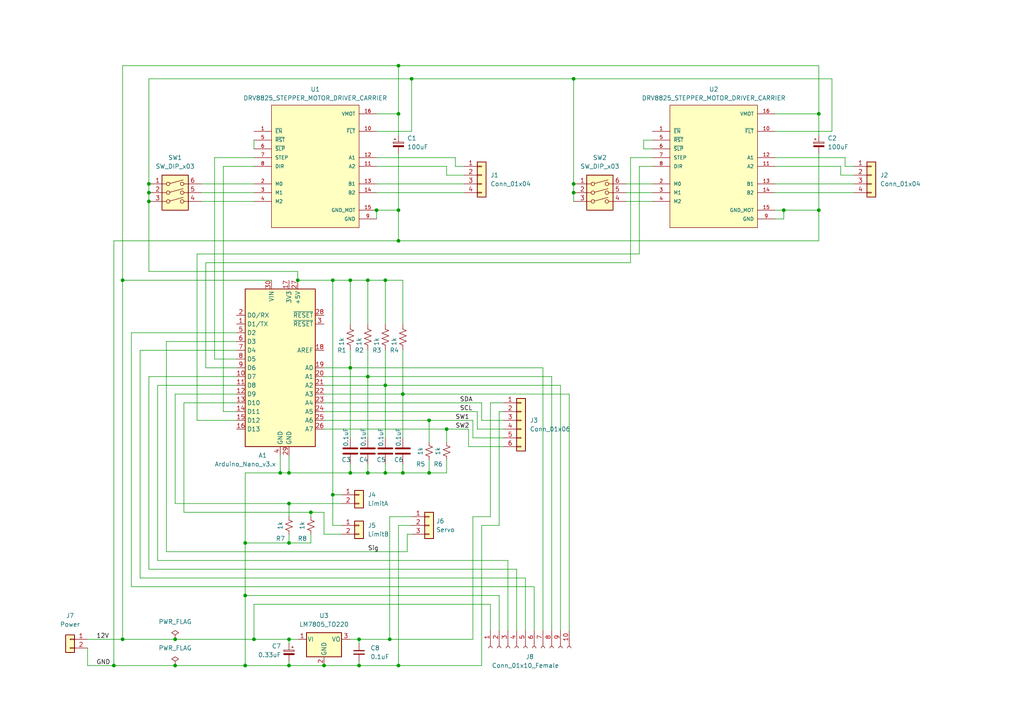
<source format=kicad_sch>
(kicad_sch (version 20211123) (generator eeschema)
  (paper "A4")
  (lib_symbols
    (symbol "Connector:Conn_01x10_Female" (pin_names (offset 1.016) hide)
      (property "Reference" "J" (at 0 12.7 0))
      (property "Value" "Conn_01x10_Female" (at 0 -15.24 0))
      (symbol "Conn_01x10_Female_1_1"
        (arc (start 0 -12.192) (mid -0.508 -12.7) (end 0 -13.208) (stroke (width 0.1524)))
        (arc (start 0 -9.652) (mid -0.508 -10.16) (end 0 -10.668) (stroke (width 0.1524)))
        (arc (start 0 -7.112) (mid -0.508 -7.62) (end 0 -8.128) (stroke (width 0.1524)))
        (arc (start 0 -4.572) (mid -0.508 -5.08) (end 0 -5.588) (stroke (width 0.1524)))
        (arc (start 0 -2.032) (mid -0.508 -2.54) (end 0 -3.048) (stroke (width 0.1524)))
        (polyline (pts (xy -1.27 -12.7) (xy -0.508 -12.7)) (stroke (width 0.1524)))
        (polyline (pts (xy -1.27 -10.16) (xy -0.508 -10.16)) (stroke (width 0.1524)))
        (polyline (pts (xy -1.27 -7.62) (xy -0.508 -7.62)) (stroke (width 0.1524)))
        (polyline (pts (xy -1.27 -5.08) (xy -0.508 -5.08)) (stroke (width 0.1524)))
        (polyline (pts (xy -1.27 -2.54) (xy -0.508 -2.54)) (stroke (width 0.1524)))
        (polyline (pts (xy -1.27 0) (xy -0.508 0)) (stroke (width 0.1524)))
        (polyline (pts (xy -1.27 2.54) (xy -0.508 2.54)) (stroke (width 0.1524)))
        (polyline (pts (xy -1.27 5.08) (xy -0.508 5.08)) (stroke (width 0.1524)))
        (polyline (pts (xy -1.27 7.62) (xy -0.508 7.62)) (stroke (width 0.1524)))
        (polyline (pts (xy -1.27 10.16) (xy -0.508 10.16)) (stroke (width 0.1524)))
        (arc (start 0 0.508) (mid -0.508 0) (end 0 -0.508) (stroke (width 0.1524)))
        (arc (start 0 3.048) (mid -0.508 2.54) (end 0 2.032) (stroke (width 0.1524)))
        (arc (start 0 5.588) (mid -0.508 5.08) (end 0 4.572) (stroke (width 0.1524)))
        (arc (start 0 8.128) (mid -0.508 7.62) (end 0 7.112) (stroke (width 0.1524)))
        (arc (start 0 10.668) (mid -0.508 10.16) (end 0 9.652) (stroke (width 0.1524)))
        (pin passive line (at -5.08 10.16 0) (length 3.81) (name "Pin_1") (number "1"))
        (pin passive line (at -5.08 -12.7 0) (length 3.81) (name "Pin_10") (number "10"))
        (pin passive line (at -5.08 7.62 0) (length 3.81) (name "Pin_2") (number "2"))
        (pin passive line (at -5.08 5.08 0) (length 3.81) (name "Pin_3") (number "3"))
        (pin passive line (at -5.08 2.54 0) (length 3.81) (name "Pin_4") (number "4"))
        (pin passive line (at -5.08 0 0) (length 3.81) (name "Pin_5") (number "5"))
        (pin passive line (at -5.08 -2.54 0) (length 3.81) (name "Pin_6") (number "6"))
        (pin passive line (at -5.08 -5.08 0) (length 3.81) (name "Pin_7") (number "7"))
        (pin passive line (at -5.08 -7.62 0) (length 3.81) (name "Pin_8") (number "8"))
        (pin passive line (at -5.08 -10.16 0) (length 3.81) (name "Pin_9") (number "9"))
      )
    )
    (symbol "Connector_Generic:Conn_01x02" (pin_names (offset 1.016) hide)
      (property "Reference" "J" (at 0 2.54 0))
      (property "Value" "Conn_01x02" (at 0 -5.08 0))
      (symbol "Conn_01x02_1_1"
        (rectangle (start -1.27 -2.413) (end 0 -2.667) (stroke (width 0.1524)))
        (rectangle (start -1.27 0.127) (end 0 -0.127) (stroke (width 0.1524)))
        (rectangle (start -1.27 1.27) (end 1.27 -3.81) (stroke (width 0.254)) (fill (type background)))
        (pin passive line (at -5.08 0 0) (length 3.81) (name "Pin_1") (number "1"))
        (pin passive line (at -5.08 -2.54 0) (length 3.81) (name "Pin_2") (number "2"))
      )
    )
    (symbol "Connector_Generic:Conn_01x03" (pin_names (offset 1.016) hide)
      (property "Reference" "J" (at 0 5.08 0))
      (property "Value" "Conn_01x03" (at 0 -5.08 0))
      (symbol "Conn_01x03_1_1"
        (rectangle (start -1.27 -2.413) (end 0 -2.667) (stroke (width 0.1524)))
        (rectangle (start -1.27 0.127) (end 0 -0.127) (stroke (width 0.1524)))
        (rectangle (start -1.27 2.667) (end 0 2.413) (stroke (width 0.1524)))
        (rectangle (start -1.27 3.81) (end 1.27 -3.81) (stroke (width 0.254)) (fill (type background)))
        (pin passive line (at -5.08 2.54 0) (length 3.81) (name "Pin_1") (number "1"))
        (pin passive line (at -5.08 0 0) (length 3.81) (name "Pin_2") (number "2"))
        (pin passive line (at -5.08 -2.54 0) (length 3.81) (name "Pin_3") (number "3"))
      )
    )
    (symbol "Connector_Generic:Conn_01x04" (pin_names (offset 1.016) hide)
      (property "Reference" "J" (at 0 5.08 0))
      (property "Value" "Conn_01x04" (at 0 -7.62 0))
      (symbol "Conn_01x04_1_1"
        (rectangle (start -1.27 -4.953) (end 0 -5.207) (stroke (width 0.1524)))
        (rectangle (start -1.27 -2.413) (end 0 -2.667) (stroke (width 0.1524)))
        (rectangle (start -1.27 0.127) (end 0 -0.127) (stroke (width 0.1524)))
        (rectangle (start -1.27 2.667) (end 0 2.413) (stroke (width 0.1524)))
        (rectangle (start -1.27 3.81) (end 1.27 -6.35) (stroke (width 0.254)) (fill (type background)))
        (pin passive line (at -5.08 2.54 0) (length 3.81) (name "Pin_1") (number "1"))
        (pin passive line (at -5.08 0 0) (length 3.81) (name "Pin_2") (number "2"))
        (pin passive line (at -5.08 -2.54 0) (length 3.81) (name "Pin_3") (number "3"))
        (pin passive line (at -5.08 -5.08 0) (length 3.81) (name "Pin_4") (number "4"))
      )
    )
    (symbol "Connector_Generic:Conn_01x06" (pin_names (offset 1.016) hide)
      (property "Reference" "J" (at 0 7.62 0))
      (property "Value" "Conn_01x06" (at 0 -10.16 0))
      (symbol "Conn_01x06_1_1"
        (rectangle (start -1.27 -7.493) (end 0 -7.747) (stroke (width 0.1524)))
        (rectangle (start -1.27 -4.953) (end 0 -5.207) (stroke (width 0.1524)))
        (rectangle (start -1.27 -2.413) (end 0 -2.667) (stroke (width 0.1524)))
        (rectangle (start -1.27 0.127) (end 0 -0.127) (stroke (width 0.1524)))
        (rectangle (start -1.27 2.667) (end 0 2.413) (stroke (width 0.1524)))
        (rectangle (start -1.27 5.207) (end 0 4.953) (stroke (width 0.1524)))
        (rectangle (start -1.27 6.35) (end 1.27 -8.89) (stroke (width 0.254)) (fill (type background)))
        (pin passive line (at -5.08 5.08 0) (length 3.81) (name "Pin_1") (number "1"))
        (pin passive line (at -5.08 2.54 0) (length 3.81) (name "Pin_2") (number "2"))
        (pin passive line (at -5.08 0 0) (length 3.81) (name "Pin_3") (number "3"))
        (pin passive line (at -5.08 -2.54 0) (length 3.81) (name "Pin_4") (number "4"))
        (pin passive line (at -5.08 -5.08 0) (length 3.81) (name "Pin_5") (number "5"))
        (pin passive line (at -5.08 -7.62 0) (length 3.81) (name "Pin_6") (number "6"))
      )
    )
    (symbol "DRV8825_STEPPER_MOTOR_DRIVER_CARRIER:DRV8825_STEPPER_MOTOR_DRIVER_CARRIER" (pin_names (offset 1.016))
      (property "Reference" "U" (at -12.7 18.542 0))
      (property "Value" "DRV8825_STEPPER_MOTOR_DRIVER_CARRIER" (at -12.7 -20.32 0))
      (symbol "DRV8825_STEPPER_MOTOR_DRIVER_CARRIER_0_0"
        (rectangle (start -12.7 -17.78) (end 12.7 17.78) (stroke (width 0.1524)) (fill (type background)))
        (pin input line (at -17.78 10.16 0) (length 5.08) (name "~{EN}") (number "1"))
        (pin output line (at 17.78 10.16 180) (length 5.08) (name "~{FLT}") (number "10"))
        (pin output line (at 17.78 0 180) (length 5.08) (name "A2") (number "11"))
        (pin output line (at 17.78 2.54 180) (length 5.08) (name "A1") (number "12"))
        (pin output line (at 17.78 -5.08 180) (length 5.08) (name "B1") (number "13"))
        (pin output line (at 17.78 -7.62 180) (length 5.08) (name "B2") (number "14"))
        (pin power_in line (at 17.78 -12.7 180) (length 5.08) (name "GND_MOT") (number "15"))
        (pin power_in line (at 17.78 15.24 180) (length 5.08) (name "VMOT") (number "16"))
        (pin input line (at -17.78 -5.08 0) (length 5.08) (name "M0") (number "2"))
        (pin input line (at -17.78 -7.62 0) (length 5.08) (name "M1") (number "3"))
        (pin input line (at -17.78 -10.16 0) (length 5.08) (name "M2") (number "4"))
        (pin input line (at -17.78 7.62 0) (length 5.08) (name "~{RST}") (number "5"))
        (pin input line (at -17.78 5.08 0) (length 5.08) (name "~{SLP}") (number "6"))
        (pin input line (at -17.78 2.54 0) (length 5.08) (name "STEP") (number "7"))
        (pin input line (at -17.78 0 0) (length 5.08) (name "DIR") (number "8"))
        (pin power_in line (at 17.78 -15.24 180) (length 5.08) (name "GND") (number "9"))
      )
    )
    (symbol "Device:C" (pin_numbers hide) (pin_names (offset 0.254))
      (property "Reference" "C" (at 0.635 2.54 0))
      (property "Value" "C" (at 0.635 -2.54 0))
      (symbol "C_0_1"
        (polyline (pts (xy -2.032 -0.762) (xy 2.032 -0.762)) (stroke (width 0.508)))
        (polyline (pts (xy -2.032 0.762) (xy 2.032 0.762)) (stroke (width 0.508)))
      )
      (symbol "C_1_1"
        (pin passive line (at 0 3.81 270) (length 2.794) (name "~") (number "1"))
        (pin passive line (at 0 -3.81 90) (length 2.794) (name "~") (number "2"))
      )
    )
    (symbol "Device:C_Polarized_Small" (pin_numbers hide) (pin_names (offset 0.254) hide)
      (property "Reference" "C" (at 0.254 1.778 0))
      (property "Value" "C_Polarized_Small" (at 0.254 -2.032 0))
      (symbol "C_Polarized_Small_0_1"
        (rectangle (start -1.524 -0.3048) (end 1.524 -0.6858) (fill (type outline)))
        (rectangle (start -1.524 0.6858) (end 1.524 0.3048))
        (polyline (pts (xy -1.27 1.524) (xy -0.762 1.524)))
        (polyline (pts (xy -1.016 1.27) (xy -1.016 1.778)))
      )
      (symbol "C_Polarized_Small_1_1"
        (pin passive line (at 0 2.54 270) (length 1.8542) (name "~") (number "1"))
        (pin passive line (at 0 -2.54 90) (length 1.8542) (name "~") (number "2"))
      )
    )
    (symbol "Device:C_Small" (pin_numbers hide) (pin_names (offset 0.254) hide)
      (property "Reference" "C" (at 0.254 1.778 0))
      (property "Value" "C_Small" (at 0.254 -2.032 0))
      (symbol "C_Small_0_1"
        (polyline (pts (xy -1.524 -0.508) (xy 1.524 -0.508)) (stroke (width 0.3302)))
        (polyline (pts (xy -1.524 0.508) (xy 1.524 0.508)) (stroke (width 0.3048)))
      )
      (symbol "C_Small_1_1"
        (pin passive line (at 0 2.54 270) (length 2.032) (name "~") (number "1"))
        (pin passive line (at 0 -2.54 90) (length 2.032) (name "~") (number "2"))
      )
    )
    (symbol "Device:R_Small_US" (pin_numbers hide) (pin_names (offset 0.254) hide)
      (property "Reference" "R" (at 0.762 0.508 0))
      (property "Value" "R_Small_US" (at 0.762 -1.016 0))
      (symbol "R_Small_US_1_1"
        (polyline (pts (xy 0 0) (xy 1.016 -0.381) (xy 0 -0.762) (xy -1.016 -1.143) (xy 0 -1.524)))
        (polyline (pts (xy 0 1.524) (xy 1.016 1.143) (xy 0 0.762) (xy -1.016 0.381) (xy 0 0)))
        (pin passive line (at 0 2.54 270) (length 1.016) (name "~") (number "1"))
        (pin passive line (at 0 -2.54 90) (length 1.016) (name "~") (number "2"))
      )
    )
    (symbol "Device:R_US" (pin_numbers hide) (pin_names (offset 0))
      (property "Reference" "R" (at 2.54 0 90))
      (property "Value" "R_US" (at -2.54 0 90))
      (symbol "R_US_0_1"
        (polyline (pts (xy 0 -2.286) (xy 0 -2.54)))
        (polyline (pts (xy 0 2.286) (xy 0 2.54)))
        (polyline (pts (xy 0 -0.762) (xy 1.016 -1.143) (xy 0 -1.524) (xy -1.016 -1.905) (xy 0 -2.286)))
        (polyline (pts (xy 0 0.762) (xy 1.016 0.381) (xy 0 0) (xy -1.016 -0.381) (xy 0 -0.762)))
        (polyline (pts (xy 0 2.286) (xy 1.016 1.905) (xy 0 1.524) (xy -1.016 1.143) (xy 0 0.762)))
      )
      (symbol "R_US_1_1"
        (pin passive line (at 0 3.81 270) (length 1.27) (name "~") (number "1"))
        (pin passive line (at 0 -3.81 90) (length 1.27) (name "~") (number "2"))
      )
    )
    (symbol "MCU_Module:Arduino_Nano_v3.x"
      (property "Reference" "A" (at -10.16 23.495 0))
      (property "Value" "Arduino_Nano_v3.x" (at 5.08 -24.13 0))
      (symbol "Arduino_Nano_v3.x_0_1"
        (rectangle (start -10.16 22.86) (end 10.16 -22.86) (stroke (width 0.254)) (fill (type background)))
      )
      (symbol "Arduino_Nano_v3.x_1_1"
        (pin bidirectional line (at -12.7 12.7 0) (length 2.54) (name "D1/TX") (number "1"))
        (pin bidirectional line (at -12.7 -2.54 0) (length 2.54) (name "D7") (number "10"))
        (pin bidirectional line (at -12.7 -5.08 0) (length 2.54) (name "D8") (number "11"))
        (pin bidirectional line (at -12.7 -7.62 0) (length 2.54) (name "D9") (number "12"))
        (pin bidirectional line (at -12.7 -10.16 0) (length 2.54) (name "D10") (number "13"))
        (pin bidirectional line (at -12.7 -12.7 0) (length 2.54) (name "D11") (number "14"))
        (pin bidirectional line (at -12.7 -15.24 0) (length 2.54) (name "D12") (number "15"))
        (pin bidirectional line (at -12.7 -17.78 0) (length 2.54) (name "D13") (number "16"))
        (pin power_out line (at 2.54 25.4 270) (length 2.54) (name "3V3") (number "17"))
        (pin input line (at 12.7 5.08 180) (length 2.54) (name "AREF") (number "18"))
        (pin bidirectional line (at 12.7 0 180) (length 2.54) (name "A0") (number "19"))
        (pin bidirectional line (at -12.7 15.24 0) (length 2.54) (name "D0/RX") (number "2"))
        (pin bidirectional line (at 12.7 -2.54 180) (length 2.54) (name "A1") (number "20"))
        (pin bidirectional line (at 12.7 -5.08 180) (length 2.54) (name "A2") (number "21"))
        (pin bidirectional line (at 12.7 -7.62 180) (length 2.54) (name "A3") (number "22"))
        (pin bidirectional line (at 12.7 -10.16 180) (length 2.54) (name "A4") (number "23"))
        (pin bidirectional line (at 12.7 -12.7 180) (length 2.54) (name "A5") (number "24"))
        (pin bidirectional line (at 12.7 -15.24 180) (length 2.54) (name "A6") (number "25"))
        (pin bidirectional line (at 12.7 -17.78 180) (length 2.54) (name "A7") (number "26"))
        (pin power_out line (at 5.08 25.4 270) (length 2.54) (name "+5V") (number "27"))
        (pin input line (at 12.7 15.24 180) (length 2.54) (name "~{RESET}") (number "28"))
        (pin power_in line (at 2.54 -25.4 90) (length 2.54) (name "GND") (number "29"))
        (pin input line (at 12.7 12.7 180) (length 2.54) (name "~{RESET}") (number "3"))
        (pin power_in line (at -2.54 25.4 270) (length 2.54) (name "VIN") (number "30"))
        (pin power_in line (at 0 -25.4 90) (length 2.54) (name "GND") (number "4"))
        (pin bidirectional line (at -12.7 10.16 0) (length 2.54) (name "D2") (number "5"))
        (pin bidirectional line (at -12.7 7.62 0) (length 2.54) (name "D3") (number "6"))
        (pin bidirectional line (at -12.7 5.08 0) (length 2.54) (name "D4") (number "7"))
        (pin bidirectional line (at -12.7 2.54 0) (length 2.54) (name "D5") (number "8"))
        (pin bidirectional line (at -12.7 0 0) (length 2.54) (name "D6") (number "9"))
      )
    )
    (symbol "Regulator_Linear:LM7805_TO220" (pin_names (offset 0.254))
      (property "Reference" "U" (at -3.81 3.175 0))
      (property "Value" "LM7805_TO220" (at 0 3.175 0))
      (symbol "LM7805_TO220_0_1"
        (rectangle (start -5.08 1.905) (end 5.08 -5.08) (stroke (width 0.254)) (fill (type background)))
      )
      (symbol "LM7805_TO220_1_1"
        (pin power_in line (at -7.62 0 0) (length 2.54) (name "VI") (number "1"))
        (pin power_in line (at 0 -7.62 90) (length 2.54) (name "GND") (number "2"))
        (pin power_out line (at 7.62 0 180) (length 2.54) (name "VO") (number "3"))
      )
    )
    (symbol "Switch:SW_DIP_x03" (pin_names (offset 0) hide)
      (property "Reference" "SW" (at 0 8.89 0))
      (property "Value" "SW_DIP_x03" (at 0 -3.81 0))
      (symbol "SW_DIP_x03_0_0"
        (circle (center -2.032 0) (radius 0.508))
        (circle (center -2.032 2.54) (radius 0.508))
        (circle (center -2.032 5.08) (radius 0.508))
        (polyline (pts (xy -1.524 0.127) (xy 2.3622 1.1684)))
        (polyline (pts (xy -1.524 2.667) (xy 2.3622 3.7084)))
        (polyline (pts (xy -1.524 5.207) (xy 2.3622 6.2484)))
        (circle (center 2.032 0) (radius 0.508))
        (circle (center 2.032 2.54) (radius 0.508))
        (circle (center 2.032 5.08) (radius 0.508))
      )
      (symbol "SW_DIP_x03_0_1"
        (rectangle (start -3.81 7.62) (end 3.81 -2.54) (stroke (width 0.254)) (fill (type background)))
      )
      (symbol "SW_DIP_x03_1_1"
        (pin passive line (at -7.62 5.08 0) (length 5.08) (name "~") (number "1"))
        (pin passive line (at -7.62 2.54 0) (length 5.08) (name "~") (number "2"))
        (pin passive line (at -7.62 0 0) (length 5.08) (name "~") (number "3"))
        (pin passive line (at 7.62 0 180) (length 5.08) (name "~") (number "4"))
        (pin passive line (at 7.62 2.54 180) (length 5.08) (name "~") (number "5"))
        (pin passive line (at 7.62 5.08 180) (length 5.08) (name "~") (number "6"))
      )
    )
    (symbol "power:PWR_FLAG" (power) (pin_numbers hide) (pin_names (offset 0) hide)
      (property "Value" "PWR_FLAG" (at 0 3.81 0))
      (symbol "PWR_FLAG_0_0"
        (pin power_out line (at 0 0 90) (length 0) (name "pwr") (number "1"))
      )
      (symbol "PWR_FLAG_0_1"
        (polyline (pts (xy 0 0) (xy 0 1.27) (xy -1.016 1.905) (xy 0 2.54) (xy 1.016 1.905) (xy 0 1.27)))
      )
    )
  )
  (junction (at 166.37 55.88))
  (junction (at 96.52 81.28))
  (junction (at 83.82 157.48))
  (junction (at 109.22 60.96))
  (junction (at 101.6 106.68))
  (junction (at 124.46 121.92))
  (junction (at 71.12 157.48))
  (junction (at 115.57 69.85))
  (junction (at 116.84 114.3))
  (junction (at 96.52 143.51))
  (junction (at 43.18 55.88))
  (junction (at 113.03 185.42))
  (junction (at 35.56 185.42))
  (junction (at 115.57 193.04))
  (junction (at 101.6 81.28))
  (junction (at 237.49 33.02))
  (junction (at 115.57 33.02))
  (junction (at 83.82 193.04))
  (junction (at 83.82 146.05))
  (junction (at 71.12 172.72))
  (junction (at 50.8 193.04))
  (junction (at 106.68 81.28))
  (junction (at 43.18 53.34))
  (junction (at 116.84 137.16))
  (junction (at 111.76 81.28))
  (junction (at 104.14 185.42))
  (junction (at 111.76 111.76))
  (junction (at 90.17 148.59))
  (junction (at 115.57 19.05))
  (junction (at 86.36 81.28))
  (junction (at 104.14 193.04))
  (junction (at 129.54 124.46))
  (junction (at 119.38 22.86))
  (junction (at 43.18 58.42))
  (junction (at 83.82 137.16))
  (junction (at 33.02 193.04))
  (junction (at 106.68 137.16))
  (junction (at 106.68 109.22))
  (junction (at 227.33 60.96))
  (junction (at 124.46 137.16))
  (junction (at 73.66 185.42))
  (junction (at 101.6 137.16))
  (junction (at 93.98 193.04))
  (junction (at 81.28 137.16))
  (junction (at 166.37 53.34))
  (junction (at 50.8 185.42))
  (junction (at 115.57 60.96))
  (junction (at 237.49 60.96))
  (junction (at 83.82 185.42))
  (junction (at 35.56 81.28))
  (junction (at 111.76 137.16))
  (junction (at 166.37 22.86))
  (junction (at 71.12 193.04))
  (wire (pts (xy 224.79 53.34) (xy 247.65 53.34)))
  (wire (pts (xy 57.15 73.66) (xy 57.15 121.92)))
  (wire (pts (xy 109.22 38.1) (xy 119.38 38.1)))
  (wire (pts (xy 135.89 124.46) (xy 135.89 129.54)))
  (wire (pts (xy 124.46 121.92) (xy 124.46 128.27)))
  (wire (pts (xy 138.43 119.38) (xy 138.43 124.46)))
  (wire (pts (xy 185.42 73.66) (xy 57.15 73.66)))
  (wire (pts (xy 45.72 111.76) (xy 45.72 162.56)))
  (wire (pts (xy 224.79 63.5) (xy 227.33 63.5)))
  (wire (pts (xy 43.18 53.34) (xy 43.18 55.88)))
  (wire (pts (xy 241.3 22.86) (xy 166.37 22.86)))
  (wire (pts (xy 101.6 106.68) (xy 101.6 127)))
  (wire (pts (xy 109.22 53.34) (xy 134.62 53.34)))
  (wire (pts (xy 224.79 33.02) (xy 237.49 33.02)))
  (wire (pts (xy 166.37 53.34) (xy 166.37 55.88)))
  (wire (pts (xy 243.84 48.26) (xy 243.84 50.8)))
  (wire (pts (xy 245.11 45.72) (xy 224.79 45.72)))
  (wire (pts (xy 134.62 48.26) (xy 132.08 48.26)))
  (wire (pts (xy 68.58 96.52) (xy 38.1 96.52)))
  (wire (pts (xy 33.02 69.85) (xy 33.02 193.04)))
  (wire (pts (xy 152.4 182.88) (xy 152.4 167.64)))
  (wire (pts (xy 43.18 22.86) (xy 43.18 53.34)))
  (wire (pts (xy 116.84 134.62) (xy 116.84 137.16)))
  (wire (pts (xy 132.08 48.26) (xy 132.08 45.72)))
  (wire (pts (xy 237.49 44.45) (xy 237.49 60.96)))
  (wire (pts (xy 185.42 48.26) (xy 185.42 73.66)))
  (wire (pts (xy 139.7 121.92) (xy 139.7 116.84)))
  (wire (pts (xy 189.23 43.18) (xy 186.69 43.18)))
  (wire (pts (xy 96.52 143.51) (xy 96.52 81.28)))
  (wire (pts (xy 147.32 182.88) (xy 147.32 162.56)))
  (wire (pts (xy 162.56 111.76) (xy 111.76 111.76)))
  (wire (pts (xy 104.14 193.04) (xy 93.98 193.04)))
  (wire (pts (xy 245.11 48.26) (xy 245.11 45.72)))
  (wire (pts (xy 53.34 148.59) (xy 90.17 148.59)))
  (wire (pts (xy 68.58 111.76) (xy 45.72 111.76)))
  (wire (pts (xy 59.69 106.68) (xy 59.69 76.2)))
  (wire (pts (xy 86.36 78.74) (xy 86.36 81.28)))
  (wire (pts (xy 68.58 104.14) (xy 62.23 104.14)))
  (wire (pts (xy 146.05 116.84) (xy 142.24 116.84)))
  (wire (pts (xy 166.37 22.86) (xy 119.38 22.86)))
  (wire (pts (xy 43.18 55.88) (xy 43.18 58.42)))
  (wire (pts (xy 115.57 33.02) (xy 115.57 39.37)))
  (wire (pts (xy 237.49 60.96) (xy 237.49 69.85)))
  (wire (pts (xy 116.84 114.3) (xy 116.84 127)))
  (wire (pts (xy 237.49 69.85) (xy 115.57 69.85)))
  (wire (pts (xy 83.82 191.77) (xy 83.82 193.04)))
  (wire (pts (xy 93.98 124.46) (xy 129.54 124.46)))
  (wire (pts (xy 186.69 40.64) (xy 189.23 40.64)))
  (wire (pts (xy 68.58 114.3) (xy 50.8 114.3)))
  (wire (pts (xy 101.6 81.28) (xy 106.68 81.28)))
  (wire (pts (xy 165.1 182.88) (xy 165.1 114.3)))
  (wire (pts (xy 160.02 109.22) (xy 106.68 109.22)))
  (wire (pts (xy 237.49 19.05) (xy 115.57 19.05)))
  (wire (pts (xy 137.16 121.92) (xy 124.46 121.92)))
  (wire (pts (xy 109.22 55.88) (xy 134.62 55.88)))
  (wire (pts (xy 106.68 137.16) (xy 101.6 137.16)))
  (wire (pts (xy 96.52 81.28) (xy 101.6 81.28)))
  (wire (pts (xy 25.4 185.42) (xy 35.56 185.42)))
  (wire (pts (xy 111.76 81.28) (xy 111.76 93.98)))
  (wire (pts (xy 59.69 76.2) (xy 182.88 76.2)))
  (wire (pts (xy 104.14 193.04) (xy 115.57 193.04)))
  (wire (pts (xy 40.64 167.64) (xy 152.4 167.64)))
  (wire (pts (xy 101.6 101.6) (xy 101.6 106.68)))
  (wire (pts (xy 129.54 124.46) (xy 135.89 124.46)))
  (wire (pts (xy 99.06 152.4) (xy 96.52 152.4)))
  (wire (pts (xy 78.74 81.28) (xy 35.56 81.28)))
  (wire (pts (xy 83.82 157.48) (xy 83.82 154.94)))
  (wire (pts (xy 81.28 137.16) (xy 83.82 137.16)))
  (wire (pts (xy 104.14 185.42) (xy 101.6 185.42)))
  (wire (pts (xy 68.58 116.84) (xy 53.34 116.84)))
  (wire (pts (xy 109.22 48.26) (xy 129.54 48.26)))
  (wire (pts (xy 50.8 185.42) (xy 73.66 185.42)))
  (wire (pts (xy 73.66 40.64) (xy 73.66 43.18)))
  (wire (pts (xy 137.16 149.86) (xy 137.16 185.42)))
  (wire (pts (xy 57.15 121.92) (xy 68.58 121.92)))
  (wire (pts (xy 71.12 137.16) (xy 71.12 157.48)))
  (wire (pts (xy 48.26 99.06) (xy 68.58 99.06)))
  (wire (pts (xy 38.1 96.52) (xy 38.1 170.18)))
  (wire (pts (xy 104.14 186.69) (xy 104.14 185.42)))
  (wire (pts (xy 119.38 149.86) (xy 113.03 149.86)))
  (wire (pts (xy 166.37 22.86) (xy 166.37 53.34)))
  (wire (pts (xy 43.18 58.42) (xy 43.18 78.74)))
  (wire (pts (xy 71.12 172.72) (xy 71.12 193.04)))
  (wire (pts (xy 40.64 101.6) (xy 68.58 101.6)))
  (wire (pts (xy 181.61 55.88) (xy 189.23 55.88)))
  (wire (pts (xy 144.78 172.72) (xy 71.12 172.72)))
  (wire (pts (xy 137.16 185.42) (xy 113.03 185.42)))
  (wire (pts (xy 119.38 22.86) (xy 43.18 22.86)))
  (wire (pts (xy 165.1 114.3) (xy 116.84 114.3)))
  (wire (pts (xy 115.57 44.45) (xy 115.57 60.96)))
  (wire (pts (xy 157.48 106.68) (xy 101.6 106.68)))
  (wire (pts (xy 139.7 116.84) (xy 93.98 116.84)))
  (wire (pts (xy 43.18 78.74) (xy 86.36 78.74)))
  (wire (pts (xy 138.43 124.46) (xy 146.05 124.46)))
  (wire (pts (xy 237.49 33.02) (xy 237.49 19.05)))
  (wire (pts (xy 81.28 132.08) (xy 81.28 137.16)))
  (wire (pts (xy 83.82 132.08) (xy 83.82 137.16)))
  (wire (pts (xy 90.17 157.48) (xy 83.82 157.48)))
  (wire (pts (xy 45.72 162.56) (xy 147.32 162.56)))
  (wire (pts (xy 146.05 121.92) (xy 139.7 121.92)))
  (wire (pts (xy 116.84 81.28) (xy 116.84 93.98)))
  (wire (pts (xy 115.57 60.96) (xy 115.57 69.85)))
  (wire (pts (xy 227.33 60.96) (xy 227.33 63.5)))
  (wire (pts (xy 83.82 186.69) (xy 83.82 185.42)))
  (wire (pts (xy 43.18 109.22) (xy 43.18 165.1)))
  (wire (pts (xy 58.42 58.42) (xy 73.66 58.42)))
  (wire (pts (xy 25.4 187.96) (xy 25.4 193.04)))
  (wire (pts (xy 129.54 48.26) (xy 129.54 50.8)))
  (wire (pts (xy 71.12 157.48) (xy 71.12 172.72)))
  (wire (pts (xy 118.11 160.02) (xy 118.11 154.94)))
  (wire (pts (xy 106.68 109.22) (xy 106.68 127)))
  (wire (pts (xy 101.6 81.28) (xy 101.6 93.98)))
  (wire (pts (xy 116.84 101.6) (xy 116.84 114.3)))
  (wire (pts (xy 124.46 133.35) (xy 124.46 137.16)))
  (wire (pts (xy 93.98 148.59) (xy 90.17 148.59)))
  (wire (pts (xy 35.56 185.42) (xy 50.8 185.42)))
  (wire (pts (xy 58.42 53.34) (xy 73.66 53.34)))
  (wire (pts (xy 40.64 167.64) (xy 40.64 101.6)))
  (wire (pts (xy 106.68 101.6) (xy 106.68 109.22)))
  (wire (pts (xy 111.76 111.76) (xy 93.98 111.76)))
  (wire (pts (xy 144.78 119.38) (xy 144.78 152.4)))
  (wire (pts (xy 71.12 157.48) (xy 83.82 157.48)))
  (wire (pts (xy 101.6 106.68) (xy 93.98 106.68)))
  (wire (pts (xy 101.6 137.16) (xy 101.6 134.62)))
  (wire (pts (xy 106.68 81.28) (xy 106.68 93.98)))
  (wire (pts (xy 111.76 134.62) (xy 111.76 137.16)))
  (wire (pts (xy 160.02 182.88) (xy 160.02 109.22)))
  (wire (pts (xy 115.57 69.85) (xy 33.02 69.85)))
  (wire (pts (xy 224.79 48.26) (xy 243.84 48.26)))
  (wire (pts (xy 113.03 149.86) (xy 113.03 185.42)))
  (wire (pts (xy 106.68 109.22) (xy 93.98 109.22)))
  (wire (pts (xy 50.8 146.05) (xy 83.82 146.05)))
  (wire (pts (xy 135.89 129.54) (xy 146.05 129.54)))
  (wire (pts (xy 58.42 55.88) (xy 73.66 55.88)))
  (wire (pts (xy 93.98 119.38) (xy 138.43 119.38)))
  (wire (pts (xy 73.66 175.26) (xy 73.66 185.42)))
  (wire (pts (xy 99.06 143.51) (xy 96.52 143.51)))
  (wire (pts (xy 68.58 106.68) (xy 59.69 106.68)))
  (wire (pts (xy 166.37 55.88) (xy 166.37 58.42)))
  (wire (pts (xy 111.76 101.6) (xy 111.76 111.76)))
  (wire (pts (xy 181.61 58.42) (xy 189.23 58.42)))
  (wire (pts (xy 111.76 111.76) (xy 111.76 127)))
  (wire (pts (xy 38.1 170.18) (xy 154.94 170.18)))
  (wire (pts (xy 119.38 38.1) (xy 119.38 22.86)))
  (wire (pts (xy 99.06 146.05) (xy 83.82 146.05)))
  (wire (pts (xy 64.77 119.38) (xy 68.58 119.38)))
  (wire (pts (xy 83.82 185.42) (xy 86.36 185.42)))
  (wire (pts (xy 106.68 81.28) (xy 111.76 81.28)))
  (wire (pts (xy 86.36 81.28) (xy 96.52 81.28)))
  (wire (pts (xy 241.3 38.1) (xy 241.3 22.86)))
  (wire (pts (xy 154.94 170.18) (xy 154.94 182.88)))
  (wire (pts (xy 83.82 137.16) (xy 101.6 137.16)))
  (wire (pts (xy 115.57 33.02) (xy 115.57 19.05)))
  (wire (pts (xy 99.06 154.94) (xy 93.98 154.94)))
  (wire (pts (xy 146.05 127) (xy 137.16 127)))
  (wire (pts (xy 53.34 116.84) (xy 53.34 148.59)))
  (wire (pts (xy 113.03 185.42) (xy 104.14 185.42)))
  (wire (pts (xy 132.08 45.72) (xy 109.22 45.72)))
  (wire (pts (xy 139.7 152.4) (xy 139.7 193.04)))
  (wire (pts (xy 119.38 152.4) (xy 115.57 152.4)))
  (wire (pts (xy 186.69 43.18) (xy 186.69 40.64)))
  (wire (pts (xy 224.79 38.1) (xy 241.3 38.1)))
  (wire (pts (xy 35.56 19.05) (xy 35.56 81.28)))
  (wire (pts (xy 118.11 160.02) (xy 48.26 160.02)))
  (wire (pts (xy 247.65 48.26) (xy 245.11 48.26)))
  (wire (pts (xy 243.84 50.8) (xy 247.65 50.8)))
  (wire (pts (xy 237.49 33.02) (xy 237.49 39.37)))
  (wire (pts (xy 118.11 154.94) (xy 119.38 154.94)))
  (wire (pts (xy 43.18 165.1) (xy 149.86 165.1)))
  (wire (pts (xy 50.8 193.04) (xy 71.12 193.04)))
  (wire (pts (xy 149.86 165.1) (xy 149.86 182.88)))
  (wire (pts (xy 109.22 33.02) (xy 115.57 33.02)))
  (wire (pts (xy 124.46 121.92) (xy 93.98 121.92)))
  (wire (pts (xy 106.68 134.62) (xy 106.68 137.16)))
  (wire (pts (xy 83.82 146.05) (xy 83.82 149.86)))
  (wire (pts (xy 144.78 152.4) (xy 139.7 152.4)))
  (wire (pts (xy 162.56 182.88) (xy 162.56 111.76)))
  (wire (pts (xy 48.26 160.02) (xy 48.26 99.06)))
  (wire (pts (xy 181.61 53.34) (xy 189.23 53.34)))
  (wire (pts (xy 93.98 154.94) (xy 93.98 148.59)))
  (wire (pts (xy 142.24 175.26) (xy 73.66 175.26)))
  (wire (pts (xy 227.33 60.96) (xy 237.49 60.96)))
  (wire (pts (xy 96.52 152.4) (xy 96.52 143.51)))
  (wire (pts (xy 137.16 149.86) (xy 142.24 149.86)))
  (wire (pts (xy 83.82 193.04) (xy 93.98 193.04)))
  (wire (pts (xy 124.46 137.16) (xy 116.84 137.16)))
  (wire (pts (xy 62.23 104.14) (xy 62.23 45.72)))
  (wire (pts (xy 146.05 119.38) (xy 144.78 119.38)))
  (wire (pts (xy 115.57 193.04) (xy 139.7 193.04)))
  (wire (pts (xy 129.54 133.35) (xy 129.54 137.16)))
  (wire (pts (xy 116.84 137.16) (xy 111.76 137.16)))
  (wire (pts (xy 25.4 193.04) (xy 33.02 193.04)))
  (wire (pts (xy 33.02 193.04) (xy 50.8 193.04)))
  (wire (pts (xy 104.14 191.77) (xy 104.14 193.04)))
  (wire (pts (xy 129.54 137.16) (xy 124.46 137.16)))
  (wire (pts (xy 43.18 109.22) (xy 68.58 109.22)))
  (wire (pts (xy 90.17 154.94) (xy 90.17 157.48)))
  (wire (pts (xy 35.56 81.28) (xy 35.56 185.42)))
  (wire (pts (xy 62.23 45.72) (xy 73.66 45.72)))
  (wire (pts (xy 142.24 182.88) (xy 142.24 175.26)))
  (wire (pts (xy 71.12 193.04) (xy 83.82 193.04)))
  (wire (pts (xy 73.66 48.26) (xy 64.77 48.26)))
  (wire (pts (xy 142.24 116.84) (xy 142.24 149.86)))
  (wire (pts (xy 64.77 48.26) (xy 64.77 119.38)))
  (wire (pts (xy 73.66 185.42) (xy 83.82 185.42)))
  (wire (pts (xy 81.28 137.16) (xy 71.12 137.16)))
  (wire (pts (xy 50.8 114.3) (xy 50.8 146.05)))
  (wire (pts (xy 111.76 81.28) (xy 116.84 81.28)))
  (wire (pts (xy 137.16 127) (xy 137.16 121.92)))
  (wire (pts (xy 129.54 50.8) (xy 134.62 50.8)))
  (wire (pts (xy 90.17 148.59) (xy 90.17 149.86)))
  (wire (pts (xy 116.84 114.3) (xy 93.98 114.3)))
  (wire (pts (xy 109.22 60.96) (xy 109.22 63.5)))
  (wire (pts (xy 115.57 19.05) (xy 35.56 19.05)))
  (wire (pts (xy 115.57 152.4) (xy 115.57 193.04)))
  (wire (pts (xy 182.88 76.2) (xy 182.88 45.72)))
  (wire (pts (xy 109.22 60.96) (xy 115.57 60.96)))
  (wire (pts (xy 111.76 137.16) (xy 106.68 137.16)))
  (wire (pts (xy 189.23 48.26) (xy 185.42 48.26)))
  (wire (pts (xy 144.78 182.88) (xy 144.78 172.72)))
  (wire (pts (xy 129.54 124.46) (xy 129.54 128.27)))
  (wire (pts (xy 224.79 55.88) (xy 247.65 55.88)))
  (wire (pts (xy 224.79 60.96) (xy 227.33 60.96)))
  (wire (pts (xy 157.48 182.88) (xy 157.48 106.68)))
  (wire (pts (xy 182.88 45.72) (xy 189.23 45.72)))
  (label "12V" (at 27.94 185.42 0))
  (label "SW1" (at 132.08 121.92 0))
  (label "SDA" (at 133.35 116.84 0))
  (label "GND" (at 27.94 193.04 0))
  (label "SW2" (at 132.08 124.46 0))
  (label "SCL" (at 133.35 119.38 0))
  (label "Sig" (at 106.68 160.02 0))
  (symbol (lib_id "Switch:SW_DIP_x03") (at 173.99 58.42 0) (unit 1)
    (property "Reference" "SW2" (at 173.99 45.72 0))
    (property "Value" "SW_DIP_x03" (at 173.99 48.26 0))
    (property "Footprint" "Button_Switch_THT:SW_DIP_SPSTx03_Slide_9.78x9.8mm_W7.62mm_P2.54mm" (effects hide))
  )
  (symbol (lib_id "Connector_Generic:Conn_01x03") (at 124.46 152.4 0) (unit 1)
    (property "Reference" "J6" (at 126.492 151.1299 0) (effects (justify left)))
    (property "Value" "Servo" (at 126.492 153.6699 0) (effects (justify left)))
    (property "Footprint" "Connector_JST:JST_XH_B3B-XH-A_1x03_P2.50mm_Vertical" (effects hide))
  )
  (symbol (lib_id "Device:C_Polarized_Small") (at 237.49 41.91 0) (unit 1)
    (property "Reference" "C2" (at 240.03 40.0938 0) (effects (justify left)))
    (property "Value" "100uF" (at 240.03 42.6338 0) (effects (justify left)))
    (property "Footprint" "Capacitor_THT:CP_Radial_D6.3mm_P2.50mm" (effects hide))
  )
  (symbol (lib_id "Device:R_US") (at 106.68 97.79 0) (unit 1)
    (property "Reference" "R2" (at 102.87 101.6 0) (effects (justify left)))
    (property "Value" "1k" (at 104.14 100.33 90) (effects (justify left)))
    (property "Footprint" "Resistor_THT:R_Axial_DIN0207_L6.3mm_D2.5mm_P10.16mm_Horizontal" (effects hide))
  )
  (symbol (lib_id "Device:C_Polarized_Small") (at 115.57 41.91 0) (unit 1)
    (property "Reference" "C1" (at 118.11 40.0938 0) (effects (justify left)))
    (property "Value" "100uF" (at 118.11 42.6338 0) (effects (justify left)))
    (property "Footprint" "Capacitor_THT:CP_Radial_D6.3mm_P2.50mm" (effects hide))
  )
  (symbol (lib_id "Connector:Conn_01x10_Female") (at 152.4 187.96 90) (mirror x) (unit 1)
    (property "Reference" "J8" (at 153.67 190.5 90))
    (property "Value" "Conn_01x10_Female" (at 152.4 193.04 90))
    (property "Footprint" "Connector_JST:JST_XH_B10B-XH-A_1x10_P2.50mm_Vertical" (effects hide))
  )
  (symbol (lib_id "Connector_Generic:Conn_01x06") (at 151.13 121.92 0) (unit 1)
    (property "Reference" "J3" (at 153.67 121.9199 0) (effects (justify left)))
    (property "Value" "Conn_01x06" (at 153.67 124.4599 0) (effects (justify left)))
    (property "Footprint" "Connector_JST:JST_XH_B6B-XH-A_1x06_P2.50mm_Vertical" (effects hide))
  )
  (symbol (lib_id "Device:C_Small") (at 104.14 189.23 0) (unit 1)
    (property "Reference" "C8" (at 107.442 187.9662 0) (effects (justify left)))
    (property "Value" "0.1uF" (at 107.442 190.5062 0) (effects (justify left)))
    (property "Footprint" "Capacitor_THT:C_Disc_D5.0mm_W2.5mm_P2.50mm" (effects hide))
  )
  (symbol (lib_id "Device:C") (at 111.76 130.81 0) (unit 1)
    (property "Reference" "C5" (at 109.22 133.35 0) (effects (justify left)))
    (property "Value" "0.1uF" (at 110.49 129.54 90) (effects (justify left)))
    (property "Footprint" "Capacitor_THT:C_Disc_D5.0mm_W2.5mm_P2.50mm" (effects hide))
  )
  (symbol (lib_id "Regulator_Linear:LM7805_TO220") (at 93.98 185.42 0) (unit 1)
    (property "Reference" "U3" (at 93.98 178.562 0))
    (property "Value" "LM7805_TO220" (at 93.98 181.102 0))
    (property "Footprint" "Package_TO_SOT_THT:TO-220-3_Vertical" (effects hide))
    (property "Datasheet" "https://www.onsemi.cn/PowerSolutions/document/MC7800-D.PDF" (effects hide))
  )
  (symbol (lib_id "Connector_Generic:Conn_01x04") (at 252.73 50.8 0) (unit 1)
    (property "Reference" "J2" (at 255.27 50.7999 0) (effects (justify left)))
    (property "Value" "Conn_01x04" (at 255.27 53.3399 0) (effects (justify left)))
    (property "Footprint" "Connector_JST:JST_XH_B4B-XH-A_1x04_P2.50mm_Vertical" (effects hide))
  )
  (symbol (lib_id "Device:R_US") (at 101.6 97.79 0) (unit 1)
    (property "Reference" "R1" (at 97.79 101.6 0) (effects (justify left)))
    (property "Value" "1k" (at 99.06 100.33 90) (effects (justify left)))
    (property "Footprint" "Resistor_THT:R_Axial_DIN0207_L6.3mm_D2.5mm_P10.16mm_Horizontal" (effects hide))
  )
  (symbol (lib_id "Connector_Generic:Conn_01x04") (at 139.7 50.8 0) (unit 1)
    (property "Reference" "J1" (at 142.24 50.7999 0) (effects (justify left)))
    (property "Value" "Conn_01x04" (at 142.24 53.3399 0) (effects (justify left)))
    (property "Footprint" "Connector_JST:JST_XH_B4B-XH-A_1x04_P2.50mm_Vertical" (effects hide))
  )
  (symbol (lib_id "Switch:SW_DIP_x03") (at 50.8 58.42 0) (unit 1)
    (property "Reference" "SW1" (at 50.8 45.72 0))
    (property "Value" "SW_DIP_x03" (at 50.8 48.26 0))
    (property "Footprint" "Button_Switch_THT:SW_DIP_SPSTx03_Slide_9.78x9.8mm_W7.62mm_P2.54mm" (effects hide))
  )
  (symbol (lib_id "Device:C") (at 106.68 130.81 0) (unit 1)
    (property "Reference" "C4" (at 104.14 133.35 0) (effects (justify left)))
    (property "Value" "0.1uF" (at 105.41 129.54 90) (effects (justify left)))
    (property "Footprint" "Capacitor_THT:C_Disc_D5.0mm_W2.5mm_P2.50mm" (effects hide))
  )
  (symbol (lib_id "Device:R_Small_US") (at 83.82 152.4 0) (unit 1)
    (property "Reference" "R7" (at 80.01 156.21 0) (effects (justify left)))
    (property "Value" "1k" (at 81.28 153.67 90) (effects (justify left)))
    (property "Footprint" "Resistor_THT:R_Axial_DIN0207_L6.3mm_D2.5mm_P10.16mm_Horizontal" (effects hide))
  )
  (symbol (lib_id "Device:R_US") (at 116.84 97.79 0) (unit 1)
    (property "Reference" "R4" (at 113.03 101.6 0) (effects (justify left)))
    (property "Value" "1k" (at 114.3 100.33 90) (effects (justify left)))
    (property "Footprint" "Resistor_THT:R_Axial_DIN0207_L6.3mm_D2.5mm_P10.16mm_Horizontal" (effects hide))
  )
  (symbol (lib_id "DRV8825_STEPPER_MOTOR_DRIVER_CARRIER:DRV8825_STEPPER_MOTOR_DRIVER_CARRIER") (at 207.01 48.26 0) (unit 1)
    (property "Reference" "U2" (at 207.01 25.908 0))
    (property "Value" "DRV8825_STEPPER_MOTOR_DRIVER_CARRIER" (at 207.01 28.448 0))
    (property "Footprint" "DRV8825_STEPPER_MOTOR_DRIVER_CARRIER:IC_DRV8825_STEPPER_MOTOR_DRIVER_CARRIER" (effects hide))
    (property "MF" "Pololu" (effects hide))
    (property "DESCRIPTION" "Stepper motor controler; IC: DRV8825; 1.5A; Uin mot: 8.2÷45V" (effects hide))
    (property "PACKAGE" "None" (effects hide))
    (property "PRICE" "None" (effects hide))
    (property "MP" "DRV8825 STEPPER MOTOR DRIVER CARRIER" (effects hide))
    (property "AVAILABILITY" "Unavailable" (effects hide))
  )
  (symbol (lib_id "Connector_Generic:Conn_01x02") (at 104.14 143.51 0) (unit 1)
    (property "Reference" "J4" (at 106.68 143.5099 0) (effects (justify left)))
    (property "Value" "LimitA" (at 106.68 146.0499 0) (effects (justify left)))
    (property "Footprint" "Connector_JST:JST_XH_B2B-XH-A_1x02_P2.50mm_Vertical" (effects hide))
  )
  (symbol (lib_id "Device:R_US") (at 111.76 97.79 0) (unit 1)
    (property "Reference" "R3" (at 107.95 101.6 0) (effects (justify left)))
    (property "Value" "1k" (at 109.22 100.33 90) (effects (justify left)))
    (property "Footprint" "Resistor_THT:R_Axial_DIN0207_L6.3mm_D2.5mm_P10.16mm_Horizontal" (effects hide))
  )
  (symbol (lib_id "Device:R_Small_US") (at 90.17 152.4 0) (unit 1)
    (property "Reference" "R8" (at 86.36 156.21 0) (effects (justify left)))
    (property "Value" "1k" (at 87.63 153.67 90) (effects (justify left)))
    (property "Footprint" "Resistor_THT:R_Axial_DIN0207_L6.3mm_D2.5mm_P10.16mm_Horizontal" (effects hide))
  )
  (symbol (lib_id "Device:C") (at 116.84 130.81 0) (unit 1)
    (property "Reference" "C6" (at 114.3 133.35 0) (effects (justify left)))
    (property "Value" "0.1uF" (at 115.57 129.54 90) (effects (justify left)))
    (property "Footprint" "Capacitor_THT:C_Disc_D5.0mm_W2.5mm_P2.50mm" (effects hide))
  )
  (symbol (lib_id "power:PWR_FLAG") (at 50.8 193.04 0) (unit 1)
    (property "Reference" "#FLG02" (effects hide))
    (property "Value" "PWR_FLAG" (at 50.8 187.96 0))
  )
  (symbol (lib_id "Connector_Generic:Conn_01x02") (at 20.32 185.42 0) (mirror y) (unit 1)
    (property "Reference" "J7" (at 20.32 178.562 0))
    (property "Value" "Power" (at 20.32 181.102 0))
    (property "Footprint" "Connector_JST:JST_XH_B2B-XH-A_1x02_P2.50mm_Vertical" (effects hide))
  )
  (symbol (lib_id "Device:C") (at 101.6 130.81 0) (unit 1)
    (property "Reference" "C3" (at 99.06 133.35 0) (effects (justify left)))
    (property "Value" "0.1uF" (at 100.33 129.54 90) (effects (justify left)))
    (property "Footprint" "Capacitor_THT:C_Disc_D5.0mm_W2.5mm_P2.50mm" (effects hide))
  )
  (symbol (lib_id "Device:C_Polarized_Small") (at 83.82 189.23 0) (mirror y) (unit 1)
    (property "Reference" "C7" (at 81.534 187.4138 0) (effects (justify left)))
    (property "Value" "0.33uF" (at 81.534 189.9538 0) (effects (justify left)))
    (property "Footprint" "Capacitor_THT:C_Rect_L7.0mm_W3.5mm_P5.00mm" (effects hide))
  )
  (symbol (lib_id "Device:R_Small_US") (at 129.54 130.81 0) (unit 1)
    (property "Reference" "R6" (at 125.73 134.62 0) (effects (justify left)))
    (property "Value" "1k" (at 127 132.08 90) (effects (justify left)))
    (property "Footprint" "Resistor_THT:R_Axial_DIN0207_L6.3mm_D2.5mm_P10.16mm_Horizontal" (effects hide))
  )
  (symbol (lib_id "Connector_Generic:Conn_01x02") (at 104.14 152.4 0) (unit 1)
    (property "Reference" "J5" (at 106.68 152.3999 0) (effects (justify left)))
    (property "Value" "LimitB" (at 106.68 154.9399 0) (effects (justify left)))
    (property "Footprint" "Connector_JST:JST_XH_B2B-XH-A_1x02_P2.50mm_Vertical" (effects hide))
  )
  (symbol (lib_id "DRV8825_STEPPER_MOTOR_DRIVER_CARRIER:DRV8825_STEPPER_MOTOR_DRIVER_CARRIER") (at 91.44 48.26 0) (unit 1)
    (property "Reference" "U1" (at 91.44 25.908 0))
    (property "Value" "DRV8825_STEPPER_MOTOR_DRIVER_CARRIER" (at 91.44 28.448 0))
    (property "Footprint" "DRV8825_STEPPER_MOTOR_DRIVER_CARRIER:IC_DRV8825_STEPPER_MOTOR_DRIVER_CARRIER" (effects hide))
    (property "MF" "Pololu" (effects hide))
    (property "DESCRIPTION" "Stepper motor controler; IC: DRV8825; 1.5A; Uin mot: 8.2÷45V" (effects hide))
    (property "PACKAGE" "None" (effects hide))
    (property "PRICE" "None" (effects hide))
    (property "MP" "DRV8825 STEPPER MOTOR DRIVER CARRIER" (effects hide))
    (property "AVAILABILITY" "Unavailable" (effects hide))
  )
  (symbol (lib_id "MCU_Module:Arduino_Nano_v3.x") (at 81.28 106.68 0) (unit 1)
    (property "Reference" "A1" (at 74.93 132.08 0) (effects (justify left)))
    (property "Value" "Arduino_Nano_v3.x" (at 62.23 134.62 0) (effects (justify left)))
    (property "Footprint" "Module:Arduino_Nano" (effects hide))
    (property "Datasheet" "http://www.mouser.com/pdfdocs/Gravitech_Arduino_Nano3_0.pdf" (effects hide))
  )
  (symbol (lib_id "Device:R_Small_US") (at 124.46 130.81 0) (unit 1)
    (property "Reference" "R5" (at 120.65 134.62 0) (effects (justify left)))
    (property "Value" "1k" (at 121.92 132.08 90) (effects (justify left)))
    (property "Footprint" "Resistor_THT:R_Axial_DIN0207_L6.3mm_D2.5mm_P10.16mm_Horizontal" (effects hide))
  )
  (symbol (lib_id "power:PWR_FLAG") (at 50.8 185.42 0) (unit 1)
    (property "Reference" "#FLG01" (effects hide))
    (property "Value" "PWR_FLAG" (at 50.8 180.34 0))
  )
)
</source>
